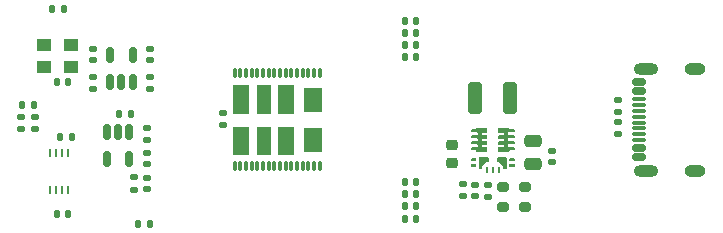
<source format=gbr>
%TF.GenerationSoftware,KiCad,Pcbnew,8.0.1*%
%TF.CreationDate,2024-04-17T00:28:09-04:00*%
%TF.ProjectId,NerdNOS,4e657264-4e4f-4532-9e6b-696361645f70,rev?*%
%TF.SameCoordinates,Original*%
%TF.FileFunction,Paste,Top*%
%TF.FilePolarity,Positive*%
%FSLAX46Y46*%
G04 Gerber Fmt 4.6, Leading zero omitted, Abs format (unit mm)*
G04 Created by KiCad (PCBNEW 8.0.1) date 2024-04-17 00:28:09*
%MOMM*%
%LPD*%
G01*
G04 APERTURE LIST*
G04 Aperture macros list*
%AMRoundRect*
0 Rectangle with rounded corners*
0 $1 Rounding radius*
0 $2 $3 $4 $5 $6 $7 $8 $9 X,Y pos of 4 corners*
0 Add a 4 corners polygon primitive as box body*
4,1,4,$2,$3,$4,$5,$6,$7,$8,$9,$2,$3,0*
0 Add four circle primitives for the rounded corners*
1,1,$1+$1,$2,$3*
1,1,$1+$1,$4,$5*
1,1,$1+$1,$6,$7*
1,1,$1+$1,$8,$9*
0 Add four rect primitives between the rounded corners*
20,1,$1+$1,$2,$3,$4,$5,0*
20,1,$1+$1,$4,$5,$6,$7,0*
20,1,$1+$1,$6,$7,$8,$9,0*
20,1,$1+$1,$8,$9,$2,$3,0*%
G04 Aperture macros list end*
%ADD10C,0.000000*%
%ADD11C,0.100000*%
%ADD12RoundRect,0.150000X0.150000X-0.512500X0.150000X0.512500X-0.150000X0.512500X-0.150000X-0.512500X0*%
%ADD13RoundRect,0.135000X0.185000X-0.135000X0.185000X0.135000X-0.185000X0.135000X-0.185000X-0.135000X0*%
%ADD14RoundRect,0.140000X-0.170000X0.140000X-0.170000X-0.140000X0.170000X-0.140000X0.170000X0.140000X0*%
%ADD15RoundRect,0.140000X0.140000X0.170000X-0.140000X0.170000X-0.140000X-0.170000X0.140000X-0.170000X0*%
%ADD16RoundRect,0.135000X-0.135000X-0.185000X0.135000X-0.185000X0.135000X0.185000X-0.135000X0.185000X0*%
%ADD17RoundRect,0.140000X-0.140000X-0.170000X0.140000X-0.170000X0.140000X0.170000X-0.140000X0.170000X0*%
%ADD18RoundRect,0.140000X0.170000X-0.140000X0.170000X0.140000X-0.170000X0.140000X-0.170000X-0.140000X0*%
%ADD19RoundRect,0.135000X-0.185000X0.135000X-0.185000X-0.135000X0.185000X-0.135000X0.185000X0.135000X0*%
%ADD20R,0.220000X0.599999*%
%ADD21RoundRect,0.150000X0.425000X-0.150000X0.425000X0.150000X-0.425000X0.150000X-0.425000X-0.150000X0*%
%ADD22RoundRect,0.075000X0.500000X-0.075000X0.500000X0.075000X-0.500000X0.075000X-0.500000X-0.075000X0*%
%ADD23O,2.100000X1.000000*%
%ADD24O,1.800000X1.000000*%
%ADD25RoundRect,0.135000X0.135000X0.185000X-0.135000X0.185000X-0.135000X-0.185000X0.135000X-0.185000X0*%
%ADD26R,1.300000X1.100000*%
%ADD27RoundRect,0.250000X-0.325000X-1.100000X0.325000X-1.100000X0.325000X1.100000X-0.325000X1.100000X0*%
%ADD28RoundRect,0.200000X-0.275000X0.200000X-0.275000X-0.200000X0.275000X-0.200000X0.275000X0.200000X0*%
%ADD29RoundRect,0.200000X0.275000X-0.200000X0.275000X0.200000X-0.275000X0.200000X-0.275000X-0.200000X0*%
%ADD30RoundRect,0.135000X-0.000010X0.295000X-0.000010X-0.295000X0.000010X-0.295000X0.000010X0.295000X0*%
%ADD31R,0.254000X0.762000*%
%ADD32RoundRect,0.150000X-0.150000X0.512500X-0.150000X-0.512500X0.150000X-0.512500X0.150000X0.512500X0*%
%ADD33RoundRect,0.250000X0.475000X-0.250000X0.475000X0.250000X-0.475000X0.250000X-0.475000X-0.250000X0*%
%ADD34RoundRect,0.225000X-0.250000X0.225000X-0.250000X-0.225000X0.250000X-0.225000X0.250000X0.225000X0*%
G04 APERTURE END LIST*
D10*
%TO.C,U5*%
G36*
X121150001Y-69489999D02*
G01*
X121150001Y-69639999D01*
X121100001Y-69689999D01*
X120750002Y-69689999D01*
X120700002Y-69639999D01*
X120700002Y-69489999D01*
X120750002Y-69440000D01*
X121100001Y-69440000D01*
X121150001Y-69489999D01*
G37*
G36*
X121150001Y-69990001D02*
G01*
X121150001Y-70140001D01*
X121100001Y-70190001D01*
X120750002Y-70190001D01*
X120700002Y-70140001D01*
X120700002Y-69990001D01*
X120750002Y-69940001D01*
X121100001Y-69940001D01*
X121150001Y-69990001D01*
G37*
G36*
X124400000Y-69489999D02*
G01*
X124400000Y-69639999D01*
X124350000Y-69689999D01*
X124000001Y-69689999D01*
X123950001Y-69639999D01*
X123950001Y-69489999D01*
X124000001Y-69440000D01*
X124350000Y-69440000D01*
X124400000Y-69489999D01*
G37*
G36*
X124400000Y-69990001D02*
G01*
X124400000Y-70140001D01*
X124350000Y-70190001D01*
X124000001Y-70190001D01*
X123950001Y-70140001D01*
X123950001Y-69990001D01*
X124000001Y-69940001D01*
X124350000Y-69940001D01*
X124400000Y-69990001D01*
G37*
G36*
X122200002Y-69400000D02*
G01*
X122200002Y-69699999D01*
X122150002Y-69749999D01*
X122061003Y-69749999D01*
X122025001Y-69765000D01*
X121665002Y-70124999D01*
X121650000Y-70160999D01*
X121650003Y-70354999D01*
X121600000Y-70404999D01*
X121400001Y-70404999D01*
X121350001Y-70355001D01*
X121350001Y-69400000D01*
X121400001Y-69350000D01*
X122150002Y-69350000D01*
X122200002Y-69400000D01*
G37*
G36*
X123750001Y-69400000D02*
G01*
X123750001Y-70354999D01*
X123700001Y-70404999D01*
X123500002Y-70404999D01*
X123449999Y-70354999D01*
X123450002Y-70160999D01*
X123435000Y-70124999D01*
X123075001Y-69765000D01*
X123038999Y-69749999D01*
X122950000Y-69749999D01*
X122900000Y-69699999D01*
X122900000Y-69400000D01*
X122950000Y-69350000D01*
X123700001Y-69350000D01*
X123750001Y-69400000D01*
G37*
G36*
X122090004Y-66910000D02*
G01*
X122090002Y-67249999D01*
X122040002Y-67299999D01*
X121670000Y-67300001D01*
X121620000Y-67350001D01*
X121620000Y-67450001D01*
X121670000Y-67499998D01*
X122040002Y-67500001D01*
X122090002Y-67550001D01*
X122090002Y-67750000D01*
X122040002Y-67800000D01*
X121670000Y-67800000D01*
X121620000Y-67850003D01*
X121620000Y-67950000D01*
X121670000Y-68000000D01*
X122040002Y-68000000D01*
X122089999Y-68050002D01*
X122090002Y-68249999D01*
X122040002Y-68299999D01*
X121670000Y-68299999D01*
X121620000Y-68349999D01*
X121620000Y-68450002D01*
X121670000Y-68499999D01*
X122040002Y-68500004D01*
X122090002Y-68550001D01*
X122090002Y-68890001D01*
X122039999Y-68940001D01*
X121200001Y-68939998D01*
X121150001Y-68890001D01*
X121150001Y-68824997D01*
X121100001Y-68775000D01*
X120750002Y-68774989D01*
X120700000Y-68725000D01*
X120700005Y-68574990D01*
X120750002Y-68525000D01*
X121250001Y-68525008D01*
X121300001Y-68475000D01*
X121300001Y-68325003D01*
X121250001Y-68275001D01*
X120750002Y-68275001D01*
X120700002Y-68225001D01*
X120700002Y-68075001D01*
X120750002Y-68025001D01*
X121250001Y-68025001D01*
X121300001Y-67974999D01*
X121300001Y-67824999D01*
X121250001Y-67775002D01*
X120750002Y-67775002D01*
X120700002Y-67724999D01*
X120700002Y-67574999D01*
X120750002Y-67525000D01*
X121250001Y-67525002D01*
X121300001Y-67475000D01*
X121300001Y-67325000D01*
X121250001Y-67275000D01*
X120750002Y-67275000D01*
X120700002Y-67225000D01*
X120700002Y-67075000D01*
X120750002Y-67025001D01*
X121100001Y-67025001D01*
X121150001Y-66975001D01*
X121150001Y-66910000D01*
X121200001Y-66860000D01*
X122040002Y-66860000D01*
X122090004Y-66910000D01*
G37*
G36*
X123950001Y-66910000D02*
G01*
X123950001Y-66975001D01*
X124000001Y-67025001D01*
X124350000Y-67025001D01*
X124400000Y-67075000D01*
X124400000Y-67225000D01*
X124350000Y-67275000D01*
X123850001Y-67275000D01*
X123800001Y-67325000D01*
X123800001Y-67475000D01*
X123850001Y-67525002D01*
X124350000Y-67525000D01*
X124400000Y-67574999D01*
X124400000Y-67724999D01*
X124350000Y-67775002D01*
X123850001Y-67775002D01*
X123800001Y-67824999D01*
X123800001Y-67975001D01*
X123850001Y-68025001D01*
X124350000Y-68025001D01*
X124400000Y-68075001D01*
X124400000Y-68225001D01*
X124350000Y-68275001D01*
X123850001Y-68275001D01*
X123800001Y-68325003D01*
X123800001Y-68475000D01*
X123850001Y-68525008D01*
X124350000Y-68525000D01*
X124399997Y-68574990D01*
X124400002Y-68725000D01*
X124350000Y-68774989D01*
X124000001Y-68775000D01*
X123950001Y-68824999D01*
X123950001Y-68890001D01*
X123900001Y-68939998D01*
X123060003Y-68940001D01*
X123010000Y-68890001D01*
X123010000Y-68550001D01*
X123060000Y-68500004D01*
X123430002Y-68499999D01*
X123480002Y-68450002D01*
X123480002Y-68349999D01*
X123430002Y-68299999D01*
X123060000Y-68299999D01*
X123010000Y-68249999D01*
X123010003Y-68050002D01*
X123060000Y-68000000D01*
X123430002Y-68000000D01*
X123480002Y-67950000D01*
X123480002Y-67850003D01*
X123430002Y-67800000D01*
X123060003Y-67800000D01*
X123010000Y-67750000D01*
X123010000Y-67550001D01*
X123060000Y-67500001D01*
X123430002Y-67499998D01*
X123480002Y-67450001D01*
X123480002Y-67350001D01*
X123430002Y-67300001D01*
X123060000Y-67300001D01*
X123010000Y-67249999D01*
X123009998Y-66910000D01*
X123060000Y-66860000D01*
X123900001Y-66860000D01*
X123950001Y-66910000D01*
G37*
%TO.C,IC1*%
D11*
X101800000Y-63300000D02*
X100540000Y-63300000D01*
X100540000Y-65600000D01*
X101800000Y-65600000D01*
X101800000Y-63300000D01*
G36*
X101800000Y-63300000D02*
G01*
X100540000Y-63300000D01*
X100540000Y-65600000D01*
X101800000Y-65600000D01*
X101800000Y-63300000D01*
G37*
X101800000Y-66800000D02*
X100540000Y-66800000D01*
X100540000Y-69100000D01*
X101800000Y-69100000D01*
X101800000Y-66800000D01*
G36*
X101800000Y-66800000D02*
G01*
X100540000Y-66800000D01*
X100540000Y-69100000D01*
X101800000Y-69100000D01*
X101800000Y-66800000D01*
G37*
X103660000Y-66800000D02*
X102540000Y-66800000D01*
X102540000Y-69100000D01*
X103660000Y-69100000D01*
X103660000Y-66800000D01*
G36*
X103660000Y-66800000D02*
G01*
X102540000Y-66800000D01*
X102540000Y-69100000D01*
X103660000Y-69100000D01*
X103660000Y-66800000D01*
G37*
X103670000Y-63300000D02*
X102550000Y-63300000D01*
X102550000Y-65600000D01*
X103670000Y-65600000D01*
X103670000Y-63300000D01*
G36*
X103670000Y-63300000D02*
G01*
X102550000Y-63300000D01*
X102550000Y-65600000D01*
X103670000Y-65600000D01*
X103670000Y-63300000D01*
G37*
X105660000Y-63300000D02*
X104400000Y-63300000D01*
X104400000Y-65600000D01*
X105660000Y-65600000D01*
X105660000Y-63300000D01*
G36*
X105660000Y-63300000D02*
G01*
X104400000Y-63300000D01*
X104400000Y-65600000D01*
X105660000Y-65600000D01*
X105660000Y-63300000D01*
G37*
X105660000Y-66800000D02*
X104400000Y-66800000D01*
X104400000Y-69100000D01*
X105660000Y-69100000D01*
X105660000Y-66800000D01*
G36*
X105660000Y-66800000D02*
G01*
X104400000Y-66800000D01*
X104400000Y-69100000D01*
X105660000Y-69100000D01*
X105660000Y-66800000D01*
G37*
X108000000Y-65500000D02*
X106600000Y-65500000D01*
X106600000Y-63540000D01*
X108000000Y-63540000D01*
X108000000Y-65500000D01*
G36*
X108000000Y-65500000D02*
G01*
X106600000Y-65500000D01*
X106600000Y-63540000D01*
X108000000Y-63540000D01*
X108000000Y-65500000D01*
G37*
X108000000Y-68860000D02*
X106600000Y-68860000D01*
X106600000Y-66900000D01*
X108000000Y-66900000D01*
X108000000Y-68860000D01*
G36*
X108000000Y-68860000D02*
G01*
X106600000Y-68860000D01*
X106600000Y-66900000D01*
X108000000Y-66900000D01*
X108000000Y-68860000D01*
G37*
%TD*%
D12*
%TO.C,U4*%
X90150001Y-63037500D03*
X91100000Y-63037500D03*
X92049999Y-63037500D03*
X92049999Y-60762500D03*
X90150001Y-60762500D03*
%TD*%
D13*
%TO.C,R7*%
X133165000Y-65550000D03*
X133165000Y-64530000D03*
%TD*%
D14*
%TO.C,C5*%
X93500000Y-62620000D03*
X93500000Y-63580000D03*
%TD*%
D15*
%TO.C,C6*%
X116080000Y-59900000D03*
X115120000Y-59900000D03*
%TD*%
D16*
%TO.C,R1*%
X82690001Y-64980000D03*
X83709999Y-64980000D03*
%TD*%
D17*
%TO.C,C7*%
X85620000Y-74200000D03*
X86580000Y-74200000D03*
%TD*%
D18*
%TO.C,C23*%
X127600000Y-69780000D03*
X127600000Y-68820000D03*
%TD*%
D15*
%TO.C,C2*%
X116080000Y-57880000D03*
X115120000Y-57880000D03*
%TD*%
D19*
%TO.C,R6*%
X133165000Y-66430000D03*
X133165000Y-67450000D03*
%TD*%
D14*
%TO.C,C20*%
X88700000Y-62620000D03*
X88700000Y-63580000D03*
%TD*%
D13*
%TO.C,R5*%
X92200000Y-72109999D03*
X92200000Y-71090001D03*
%TD*%
D20*
%TO.C,U5*%
X122050002Y-70464999D03*
X122550001Y-70464999D03*
X123050000Y-70464999D03*
%TD*%
D21*
%TO.C,J3*%
X134910000Y-69390000D03*
X134910000Y-68590000D03*
D22*
X134910000Y-67440000D03*
X134910000Y-66440000D03*
X134910000Y-65940000D03*
X134910000Y-64940000D03*
D21*
X134910000Y-62990000D03*
X134910000Y-63790000D03*
D22*
X134910000Y-64440000D03*
X134910000Y-65440000D03*
X134910000Y-66940000D03*
X134910000Y-67940000D03*
D23*
X135485000Y-70510000D03*
D24*
X139665000Y-70510000D03*
D23*
X135485000Y-61870000D03*
D24*
X139665000Y-61870000D03*
%TD*%
D17*
%TO.C,C18*%
X115120000Y-74600000D03*
X116080000Y-74600000D03*
%TD*%
D18*
%TO.C,C15*%
X93300000Y-69980000D03*
X93300000Y-69020000D03*
%TD*%
D14*
%TO.C,C11*%
X121070000Y-71700000D03*
X121070000Y-72660000D03*
%TD*%
D17*
%TO.C,C17*%
X115120000Y-73500000D03*
X116080000Y-73500000D03*
%TD*%
D25*
%TO.C,R8*%
X93510000Y-75000000D03*
X92490000Y-75000000D03*
%TD*%
D15*
%TO.C,C3*%
X116080000Y-58900000D03*
X115120000Y-58900000D03*
%TD*%
D26*
%TO.C,U2*%
X84550000Y-61750000D03*
X86850000Y-61750000D03*
X86850000Y-59850000D03*
X84550000Y-59850000D03*
%TD*%
D19*
%TO.C,R4*%
X82600000Y-66000000D03*
X82600000Y-67020000D03*
%TD*%
D15*
%TO.C,C1*%
X86600000Y-63000000D03*
X85640000Y-63000000D03*
%TD*%
D13*
%TO.C,R10*%
X122100000Y-72710000D03*
X122100000Y-71690000D03*
%TD*%
D27*
%TO.C,C13*%
X121045000Y-64390000D03*
X123995000Y-64390000D03*
%TD*%
D18*
%TO.C,C21*%
X93300000Y-67880000D03*
X93300000Y-66920000D03*
%TD*%
D13*
%TO.C,R3*%
X83800000Y-67020000D03*
X83800000Y-66000000D03*
%TD*%
D17*
%TO.C,C9*%
X85920000Y-67700000D03*
X86880000Y-67700000D03*
%TD*%
D14*
%TO.C,C4*%
X93500000Y-60220000D03*
X93500000Y-61180000D03*
%TD*%
D28*
%TO.C,R13*%
X123400000Y-71905000D03*
X123400000Y-73555000D03*
%TD*%
D29*
%TO.C,R12*%
X125270000Y-73550000D03*
X125270000Y-71900000D03*
%TD*%
D30*
%TO.C,IC1*%
X107900000Y-62265400D03*
X107420000Y-62265400D03*
X106940000Y-62265400D03*
X106460000Y-62265400D03*
X105980000Y-62265400D03*
X105500000Y-62265400D03*
X105020000Y-62265400D03*
X104540000Y-62265400D03*
X104060000Y-62265400D03*
X103580000Y-62265400D03*
X103100000Y-62265400D03*
X102620000Y-62265400D03*
X102140000Y-62265400D03*
X101660000Y-62265400D03*
X101180000Y-62265400D03*
X100700000Y-62265400D03*
X100700000Y-70134600D03*
X101180000Y-70134600D03*
X101660000Y-70134600D03*
X102140000Y-70134600D03*
X102620000Y-70134600D03*
X103100000Y-70134600D03*
X103580000Y-70134600D03*
X104060000Y-70134600D03*
X104540000Y-70134600D03*
X105020000Y-70134600D03*
X105500000Y-70134600D03*
X105980000Y-70134600D03*
X106460000Y-70134600D03*
X106940000Y-70134600D03*
X107420000Y-70134600D03*
X107900000Y-70134600D03*
%TD*%
D31*
%TO.C,U6*%
X85049811Y-72174800D03*
X85549937Y-72174800D03*
X86050063Y-72174800D03*
X86550189Y-72174800D03*
X86550189Y-69025200D03*
X86050063Y-69025200D03*
X85549937Y-69025200D03*
X85049811Y-69025200D03*
%TD*%
D15*
%TO.C,C19*%
X91880000Y-65700000D03*
X90920000Y-65700000D03*
%TD*%
D14*
%TO.C,C22*%
X88700000Y-60220000D03*
X88700000Y-61180000D03*
%TD*%
D17*
%TO.C,C14*%
X115120000Y-72500000D03*
X116080000Y-72500000D03*
%TD*%
D16*
%TO.C,R2*%
X85190000Y-56800000D03*
X86210000Y-56800000D03*
%TD*%
D17*
%TO.C,C12*%
X115120000Y-71500000D03*
X116080000Y-71500000D03*
%TD*%
D19*
%TO.C,TH1*%
X99700000Y-65590000D03*
X99700000Y-66610000D03*
%TD*%
D32*
%TO.C,U3*%
X91749999Y-67262500D03*
X90800000Y-67262500D03*
X89850001Y-67262500D03*
X89850001Y-69537500D03*
X91749999Y-69537500D03*
%TD*%
D15*
%TO.C,C8*%
X116080000Y-60900000D03*
X115120000Y-60900000D03*
%TD*%
D14*
%TO.C,C16*%
X93300000Y-71120000D03*
X93300000Y-72080000D03*
%TD*%
D33*
%TO.C,C24*%
X125980000Y-69910000D03*
X125980000Y-68010000D03*
%TD*%
D34*
%TO.C,C10*%
X119090000Y-68315000D03*
X119090000Y-69865000D03*
%TD*%
D19*
%TO.C,R11*%
X120040000Y-71680000D03*
X120040000Y-72700000D03*
%TD*%
M02*

</source>
